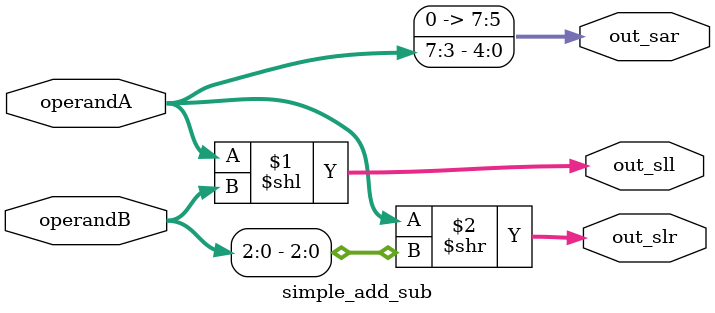
<source format=sv>
module simple_add_sub (
  input  [7:0] operandA, operandB,       // два входных 8-ми битных операнда
  output [7:0] out_sll, out_slr, out_sar // Выходы для операций сдвига
);
  // логический сдвиг влево на значение в operandB.
  assign out_sll = operandA << operandB;

  // пример: на сколько сдвигать определяется 3-мя битами второго операнда. Например operandA =
  //   8'b1010_1110 operandB = 8'b0000_0011 тогда out_slr = 8'b0001_0101
  assign out_slr = operandA >> operandB[2:0];

  // арифметичкский сдвиг вправо(сохранение знака числа). Например, operandA = 8'b1111_1100, тогда
  //   out_sar = 8'b1111_1111
  assign out_sar = operandA >>> 3;
endmodule

</source>
